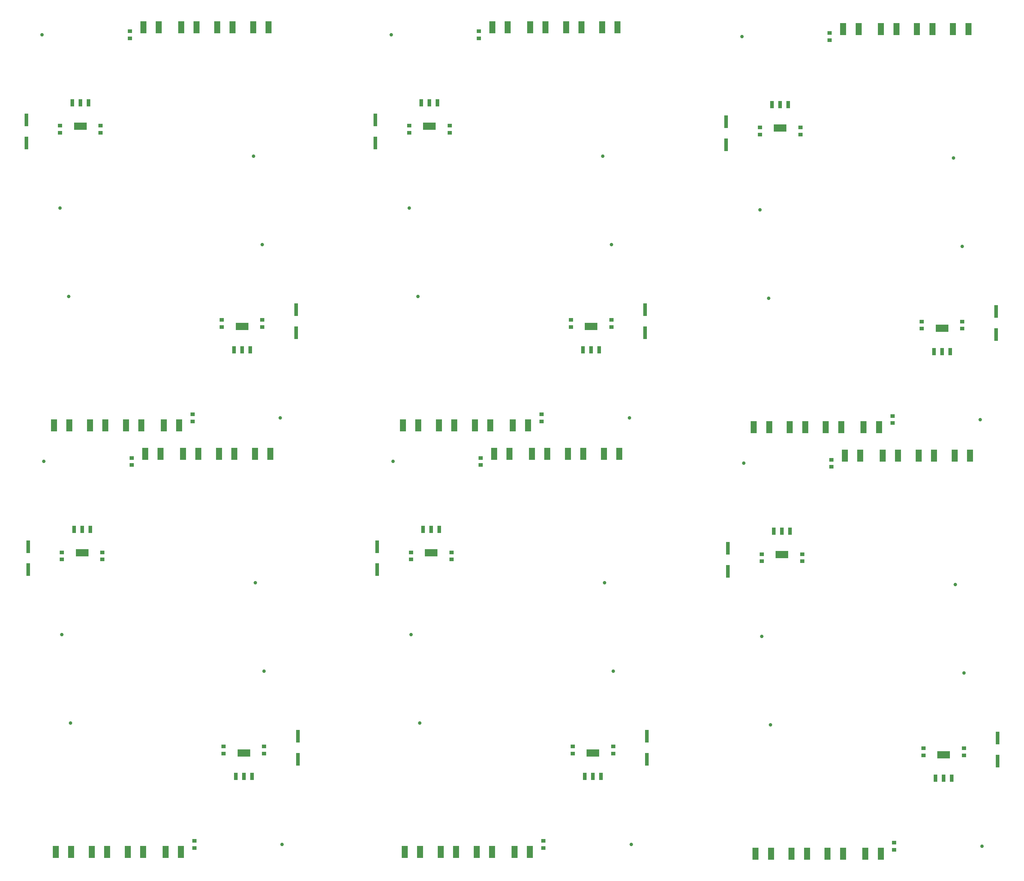
<source format=gtp>
G04 #@! TF.FileFunction,Paste,Top*
%FSLAX46Y46*%
G04 Gerber Fmt 4.6, Leading zero omitted, Abs format (unit mm)*
G04 Created by KiCad (PCBNEW (2015-01-16 BZR 5376)-product) date 10/26/2015 1:30:35 PM*
%MOMM*%
G01*
G04 APERTURE LIST*
%ADD10C,0.100000*%
%ADD11C,1.000000*%
%ADD12R,1.250000X1.000000*%
%ADD13R,1.780000X3.500000*%
%ADD14R,3.657600X2.032000*%
%ADD15R,1.016000X2.032000*%
%ADD16R,1.100000X3.600000*%
G04 APERTURE END LIST*
D10*
D11*
X284325000Y-176210000D03*
X229715000Y-190815000D03*
D12*
X249400000Y-142920000D03*
X249400000Y-140920000D03*
X241145000Y-169590000D03*
X241145000Y-167590000D03*
X229715000Y-167590000D03*
X229715000Y-169590000D03*
D13*
X257539000Y-139761000D03*
X253199000Y-139761000D03*
X278367000Y-139761000D03*
X274027000Y-139761000D03*
X268207000Y-139761000D03*
X263867000Y-139761000D03*
X288527000Y-139761000D03*
X284187000Y-139761000D03*
D14*
X235430000Y-167701000D03*
D15*
X235430000Y-161097000D03*
X233144000Y-161097000D03*
X237716000Y-161097000D03*
D16*
X220190000Y-172475000D03*
X220190000Y-165975000D03*
D11*
X224635000Y-141920000D03*
X291865000Y-250080000D03*
D16*
X296310000Y-219525000D03*
X296310000Y-226025000D03*
D14*
X281070000Y-224299000D03*
D15*
X281070000Y-230903000D03*
X283356000Y-230903000D03*
X278784000Y-230903000D03*
D13*
X227973000Y-252239000D03*
X232313000Y-252239000D03*
X248293000Y-252239000D03*
X252633000Y-252239000D03*
X238133000Y-252239000D03*
X242473000Y-252239000D03*
X258961000Y-252239000D03*
X263301000Y-252239000D03*
D12*
X286785000Y-224410000D03*
X286785000Y-222410000D03*
X275355000Y-222410000D03*
X275355000Y-224410000D03*
X267100000Y-249080000D03*
X267100000Y-251080000D03*
D11*
X286785000Y-201185000D03*
X232175000Y-215790000D03*
X231675000Y-95290000D03*
X286285000Y-80685000D03*
D12*
X266600000Y-128580000D03*
X266600000Y-130580000D03*
X274855000Y-101910000D03*
X274855000Y-103910000D03*
X286285000Y-103910000D03*
X286285000Y-101910000D03*
D13*
X258461000Y-131739000D03*
X262801000Y-131739000D03*
X237633000Y-131739000D03*
X241973000Y-131739000D03*
X247793000Y-131739000D03*
X252133000Y-131739000D03*
X227473000Y-131739000D03*
X231813000Y-131739000D03*
D14*
X280570000Y-103799000D03*
D15*
X280570000Y-110403000D03*
X282856000Y-110403000D03*
X278284000Y-110403000D03*
D16*
X295810000Y-99025000D03*
X295810000Y-105525000D03*
D11*
X291365000Y-129580000D03*
X224135000Y-21420000D03*
D16*
X219690000Y-51975000D03*
X219690000Y-45475000D03*
D14*
X234930000Y-47201000D03*
D15*
X234930000Y-40597000D03*
X232644000Y-40597000D03*
X237216000Y-40597000D03*
D13*
X288027000Y-19261000D03*
X283687000Y-19261000D03*
X267707000Y-19261000D03*
X263367000Y-19261000D03*
X277867000Y-19261000D03*
X273527000Y-19261000D03*
X257039000Y-19261000D03*
X252699000Y-19261000D03*
D12*
X229215000Y-47090000D03*
X229215000Y-49090000D03*
X240645000Y-49090000D03*
X240645000Y-47090000D03*
X248900000Y-22420000D03*
X248900000Y-20420000D03*
D11*
X229215000Y-70315000D03*
X283825000Y-55710000D03*
X184825000Y-55210000D03*
X130215000Y-69815000D03*
D12*
X149900000Y-21920000D03*
X149900000Y-19920000D03*
X141645000Y-48590000D03*
X141645000Y-46590000D03*
X130215000Y-46590000D03*
X130215000Y-48590000D03*
D13*
X158039000Y-18761000D03*
X153699000Y-18761000D03*
X178867000Y-18761000D03*
X174527000Y-18761000D03*
X168707000Y-18761000D03*
X164367000Y-18761000D03*
X189027000Y-18761000D03*
X184687000Y-18761000D03*
D14*
X135930000Y-46701000D03*
D15*
X135930000Y-40097000D03*
X133644000Y-40097000D03*
X138216000Y-40097000D03*
D16*
X120690000Y-51475000D03*
X120690000Y-44975000D03*
D11*
X125135000Y-20920000D03*
X192365000Y-129080000D03*
D16*
X196810000Y-98525000D03*
X196810000Y-105025000D03*
D14*
X181570000Y-103299000D03*
D15*
X181570000Y-109903000D03*
X183856000Y-109903000D03*
X179284000Y-109903000D03*
D13*
X128473000Y-131239000D03*
X132813000Y-131239000D03*
X148793000Y-131239000D03*
X153133000Y-131239000D03*
X138633000Y-131239000D03*
X142973000Y-131239000D03*
X159461000Y-131239000D03*
X163801000Y-131239000D03*
D12*
X187285000Y-103410000D03*
X187285000Y-101410000D03*
X175855000Y-101410000D03*
X175855000Y-103410000D03*
X167600000Y-128080000D03*
X167600000Y-130080000D03*
D11*
X187285000Y-80185000D03*
X132675000Y-94790000D03*
X133175000Y-215290000D03*
X187785000Y-200685000D03*
D12*
X168100000Y-248580000D03*
X168100000Y-250580000D03*
X176355000Y-221910000D03*
X176355000Y-223910000D03*
X187785000Y-223910000D03*
X187785000Y-221910000D03*
D13*
X159961000Y-251739000D03*
X164301000Y-251739000D03*
X139133000Y-251739000D03*
X143473000Y-251739000D03*
X149293000Y-251739000D03*
X153633000Y-251739000D03*
X128973000Y-251739000D03*
X133313000Y-251739000D03*
D14*
X182070000Y-223799000D03*
D15*
X182070000Y-230403000D03*
X184356000Y-230403000D03*
X179784000Y-230403000D03*
D16*
X197310000Y-219025000D03*
X197310000Y-225525000D03*
D11*
X192865000Y-249580000D03*
X125635000Y-141420000D03*
D16*
X121190000Y-171975000D03*
X121190000Y-165475000D03*
D14*
X136430000Y-167201000D03*
D15*
X136430000Y-160597000D03*
X134144000Y-160597000D03*
X138716000Y-160597000D03*
D13*
X189527000Y-139261000D03*
X185187000Y-139261000D03*
X169207000Y-139261000D03*
X164867000Y-139261000D03*
X179367000Y-139261000D03*
X175027000Y-139261000D03*
X158539000Y-139261000D03*
X154199000Y-139261000D03*
D12*
X130715000Y-167090000D03*
X130715000Y-169090000D03*
X142145000Y-169090000D03*
X142145000Y-167090000D03*
X150400000Y-142420000D03*
X150400000Y-140420000D03*
D11*
X130715000Y-190315000D03*
X185325000Y-175710000D03*
X86825000Y-175710000D03*
X32215000Y-190315000D03*
D12*
X51900000Y-142420000D03*
X51900000Y-140420000D03*
X43645000Y-169090000D03*
X43645000Y-167090000D03*
X32215000Y-167090000D03*
X32215000Y-169090000D03*
D13*
X60039000Y-139261000D03*
X55699000Y-139261000D03*
X80867000Y-139261000D03*
X76527000Y-139261000D03*
X70707000Y-139261000D03*
X66367000Y-139261000D03*
X91027000Y-139261000D03*
X86687000Y-139261000D03*
D14*
X37930000Y-167201000D03*
D15*
X37930000Y-160597000D03*
X35644000Y-160597000D03*
X40216000Y-160597000D03*
D16*
X22690000Y-171975000D03*
X22690000Y-165475000D03*
D11*
X27135000Y-141420000D03*
X94365000Y-249580000D03*
D16*
X98810000Y-219025000D03*
X98810000Y-225525000D03*
D14*
X83570000Y-223799000D03*
D15*
X83570000Y-230403000D03*
X85856000Y-230403000D03*
X81284000Y-230403000D03*
D13*
X30473000Y-251739000D03*
X34813000Y-251739000D03*
X50793000Y-251739000D03*
X55133000Y-251739000D03*
X40633000Y-251739000D03*
X44973000Y-251739000D03*
X61461000Y-251739000D03*
X65801000Y-251739000D03*
D12*
X89285000Y-223910000D03*
X89285000Y-221910000D03*
X77855000Y-221910000D03*
X77855000Y-223910000D03*
X69600000Y-248580000D03*
X69600000Y-250580000D03*
D11*
X89285000Y-200685000D03*
X34675000Y-215290000D03*
X34175000Y-94790000D03*
X88785000Y-80185000D03*
D12*
X69100000Y-128080000D03*
X69100000Y-130080000D03*
X77355000Y-101410000D03*
X77355000Y-103410000D03*
X88785000Y-103410000D03*
X88785000Y-101410000D03*
D13*
X60961000Y-131239000D03*
X65301000Y-131239000D03*
X40133000Y-131239000D03*
X44473000Y-131239000D03*
X50293000Y-131239000D03*
X54633000Y-131239000D03*
X29973000Y-131239000D03*
X34313000Y-131239000D03*
D14*
X83070000Y-103299000D03*
D15*
X83070000Y-109903000D03*
X85356000Y-109903000D03*
X80784000Y-109903000D03*
D16*
X98310000Y-98525000D03*
X98310000Y-105025000D03*
D11*
X93865000Y-129080000D03*
X26635000Y-20920000D03*
D16*
X22190000Y-51475000D03*
X22190000Y-44975000D03*
D14*
X37430000Y-46701000D03*
D15*
X37430000Y-40097000D03*
X35144000Y-40097000D03*
X39716000Y-40097000D03*
D13*
X90527000Y-18761000D03*
X86187000Y-18761000D03*
X70207000Y-18761000D03*
X65867000Y-18761000D03*
X80367000Y-18761000D03*
X76027000Y-18761000D03*
X59539000Y-18761000D03*
X55199000Y-18761000D03*
D12*
X31715000Y-46590000D03*
X31715000Y-48590000D03*
X43145000Y-48590000D03*
X43145000Y-46590000D03*
X51400000Y-21920000D03*
X51400000Y-19920000D03*
D11*
X31715000Y-69815000D03*
X86325000Y-55210000D03*
M02*

</source>
